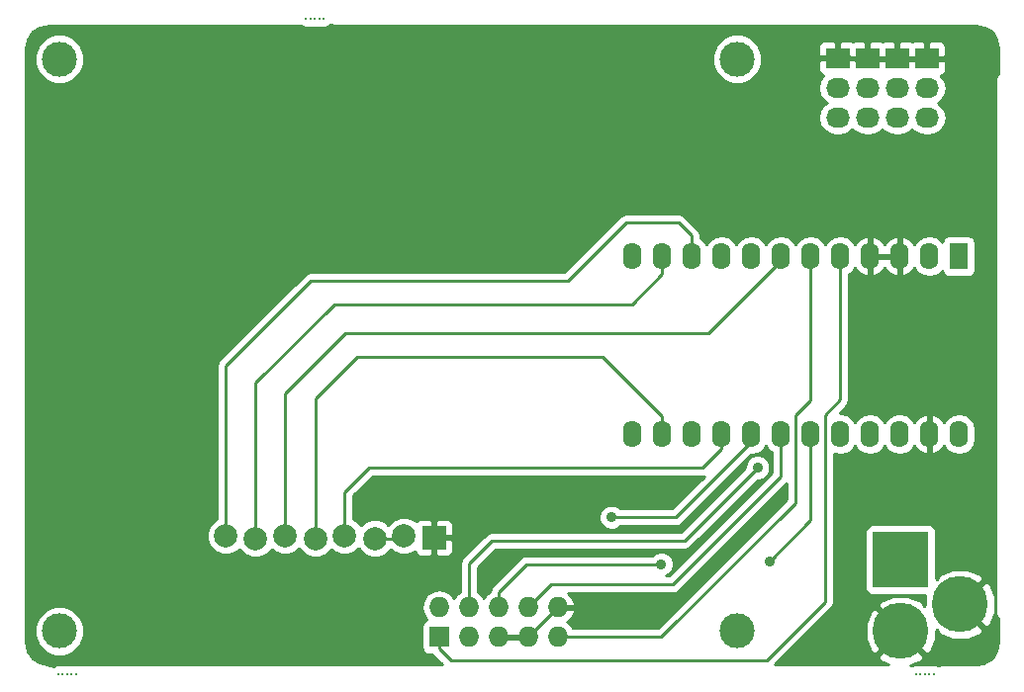
<source format=gtl>
G04 #@! TF.FileFunction,Copper,L1,Top,Signal*
%FSLAX46Y46*%
G04 Gerber Fmt 4.6, Leading zero omitted, Abs format (unit mm)*
G04 Created by KiCad (PCBNEW (2015-01-16 BZR 5376)-product) date 3/31/2016 11:59:56 AM*
%MOMM*%
G01*
G04 APERTURE LIST*
%ADD10C,0.100000*%
%ADD11C,2.000000*%
%ADD12R,2.000000X2.000000*%
%ADD13R,2.032000X1.727200*%
%ADD14O,2.032000X1.727200*%
%ADD15R,1.574800X2.286000*%
%ADD16O,1.574800X2.286000*%
%ADD17C,0.300000*%
%ADD18R,1.727200X1.727200*%
%ADD19O,1.727200X1.727200*%
%ADD20C,4.800600*%
%ADD21R,4.800600X4.800600*%
%ADD22C,3.000000*%
%ADD23C,0.889000*%
%ADD24C,0.254000*%
G04 APERTURE END LIST*
D10*
D11*
X111760000Y-116840000D03*
X114300000Y-117050000D03*
X116840000Y-116840000D03*
X119400000Y-117050000D03*
X121920000Y-116840000D03*
X124500000Y-117050000D03*
X127000000Y-116840000D03*
D12*
X129550000Y-117000000D03*
D13*
X171735000Y-75946000D03*
D14*
X171735000Y-78486000D03*
X171735000Y-81026000D03*
D13*
X169195000Y-75946000D03*
D14*
X169195000Y-78486000D03*
X169195000Y-81026000D03*
D13*
X166655000Y-75946000D03*
D14*
X166655000Y-78486000D03*
X166655000Y-81026000D03*
D13*
X164095000Y-75935000D03*
D14*
X164095000Y-78475000D03*
X164095000Y-81015000D03*
D15*
X174470000Y-92880000D03*
D16*
X171930000Y-92880000D03*
X169390000Y-92880000D03*
X166850000Y-92880000D03*
X164310000Y-92880000D03*
X161770000Y-92880000D03*
X159230000Y-92880000D03*
X156690000Y-92880000D03*
X154150000Y-92880000D03*
X151610000Y-92880000D03*
X149070000Y-92880000D03*
X146530000Y-92880000D03*
X146530000Y-108120000D03*
X149070000Y-108120000D03*
X151610000Y-108120000D03*
X154150000Y-108120000D03*
X156690000Y-108120000D03*
X159230000Y-108120000D03*
X161770000Y-108120000D03*
X164310000Y-108120000D03*
X166850000Y-108120000D03*
X169390000Y-108120000D03*
X171930000Y-108120000D03*
X174470000Y-108120000D03*
D17*
X98933000Y-128651000D03*
X98552000Y-128651000D03*
X98171000Y-128651000D03*
X97790000Y-128651000D03*
X97409000Y-128651000D03*
X172339000Y-128651000D03*
X171958000Y-128651000D03*
X171577000Y-128651000D03*
X171196000Y-128651000D03*
X170815000Y-128651000D03*
X118618000Y-72517000D03*
D18*
X130000000Y-125500000D03*
D19*
X130000000Y-122960000D03*
X132540000Y-125500000D03*
X132540000Y-122960000D03*
X135080000Y-125500000D03*
X135080000Y-122960000D03*
X137620000Y-125500000D03*
X137620000Y-122960000D03*
X140160000Y-125500000D03*
X140160000Y-122960000D03*
D20*
X169500000Y-125000000D03*
D21*
X169500000Y-118904000D03*
D20*
X174580000Y-122714000D03*
D22*
X97500000Y-76000000D03*
X155500000Y-76000000D03*
X97500000Y-125000000D03*
X155500000Y-125000000D03*
D17*
X118999000Y-72517000D03*
X119380000Y-72517000D03*
X119761000Y-72517000D03*
X120142000Y-72517000D03*
D23*
X144750000Y-115250000D03*
X149000000Y-119250000D03*
X158250000Y-119000000D03*
X157250000Y-111000000D03*
D24*
X137620000Y-125500000D02*
X135080000Y-125500000D01*
X140160000Y-122960000D02*
X137620000Y-125500000D01*
X164310000Y-92880000D02*
X164310000Y-105190000D01*
X130000000Y-126500000D02*
X130000000Y-125500000D01*
X131000000Y-127500000D02*
X130000000Y-126500000D01*
X158000000Y-127500000D02*
X131000000Y-127500000D01*
X163000000Y-122500000D02*
X158000000Y-127500000D01*
X163000000Y-106500000D02*
X163000000Y-122500000D01*
X164310000Y-105190000D02*
X163000000Y-106500000D01*
X161770000Y-92880000D02*
X161770000Y-105230000D01*
X149000000Y-125500000D02*
X140160000Y-125500000D01*
X160500000Y-114000000D02*
X149000000Y-125500000D01*
X160500000Y-106500000D02*
X160500000Y-114000000D01*
X161770000Y-105230000D02*
X160500000Y-106500000D01*
X159230000Y-92880000D02*
X159230000Y-93270000D01*
X159230000Y-93270000D02*
X153000000Y-99500000D01*
X153000000Y-99500000D02*
X122000000Y-99500000D01*
X122000000Y-99500000D02*
X116840000Y-104660000D01*
X116840000Y-104660000D02*
X116840000Y-116840000D01*
X151610000Y-92880000D02*
X151610000Y-91110000D01*
X111760000Y-102240000D02*
X111760000Y-116840000D01*
X119000000Y-95000000D02*
X111760000Y-102240000D01*
X141000000Y-95000000D02*
X119000000Y-95000000D01*
X146000000Y-90000000D02*
X141000000Y-95000000D01*
X150500000Y-90000000D02*
X146000000Y-90000000D01*
X151610000Y-91110000D02*
X150500000Y-90000000D01*
X149070000Y-92880000D02*
X149070000Y-94430000D01*
X114300000Y-103700000D02*
X114300000Y-117050000D01*
X121000000Y-97000000D02*
X114300000Y-103700000D01*
X146500000Y-97000000D02*
X121000000Y-97000000D01*
X149070000Y-94430000D02*
X146500000Y-97000000D01*
X149070000Y-108120000D02*
X149070000Y-106570000D01*
X119400000Y-105100000D02*
X119400000Y-117050000D01*
X123000000Y-101500000D02*
X119400000Y-105100000D01*
X144000000Y-101500000D02*
X123000000Y-101500000D01*
X149070000Y-106570000D02*
X144000000Y-101500000D01*
X154150000Y-108120000D02*
X154150000Y-109350000D01*
X121920000Y-113080000D02*
X121920000Y-116840000D01*
X124000000Y-111000000D02*
X121920000Y-113080000D01*
X152500000Y-111000000D02*
X124000000Y-111000000D01*
X154150000Y-109350000D02*
X152500000Y-111000000D01*
X156690000Y-108120000D02*
X156690000Y-108810000D01*
X156690000Y-108810000D02*
X150250000Y-115250000D01*
X150250000Y-115250000D02*
X144750000Y-115250000D01*
X159230000Y-108120000D02*
X159230000Y-111770000D01*
X139580000Y-121000000D02*
X137620000Y-122960000D01*
X150000000Y-121000000D02*
X139580000Y-121000000D01*
X159230000Y-111770000D02*
X150000000Y-121000000D01*
X161770000Y-115230000D02*
X161770000Y-115480000D01*
X161770000Y-108120000D02*
X161770000Y-115230000D01*
X135080000Y-121670000D02*
X135080000Y-122960000D01*
X137500000Y-119250000D02*
X135080000Y-121670000D01*
X149000000Y-119250000D02*
X137500000Y-119250000D01*
X161770000Y-115480000D02*
X158250000Y-119000000D01*
X132540000Y-119210000D02*
X132540000Y-122960000D01*
X134500000Y-117250000D02*
X132540000Y-119210000D01*
X151000000Y-117250000D02*
X134500000Y-117250000D01*
X157250000Y-111000000D02*
X151000000Y-117250000D01*
X124500000Y-117050000D02*
X126790000Y-117050000D01*
X126790000Y-117050000D02*
X127000000Y-116840000D01*
G36*
X137767000Y-125627000D02*
X137747000Y-125627000D01*
X137747000Y-125647000D01*
X137493000Y-125647000D01*
X137493000Y-125627000D01*
X136414469Y-125627000D01*
X136285531Y-125627000D01*
X135207000Y-125627000D01*
X135207000Y-125647000D01*
X134953000Y-125647000D01*
X134953000Y-125627000D01*
X134933000Y-125627000D01*
X134933000Y-125373000D01*
X134953000Y-125373000D01*
X134953000Y-125353000D01*
X135207000Y-125353000D01*
X135207000Y-125373000D01*
X136285531Y-125373000D01*
X136414469Y-125373000D01*
X137493000Y-125373000D01*
X137493000Y-125353000D01*
X137747000Y-125353000D01*
X137747000Y-125373000D01*
X137767000Y-125373000D01*
X137767000Y-125627000D01*
X137767000Y-125627000D01*
G37*
X137767000Y-125627000D02*
X137747000Y-125627000D01*
X137747000Y-125647000D01*
X137493000Y-125647000D01*
X137493000Y-125627000D01*
X136414469Y-125627000D01*
X136285531Y-125627000D01*
X135207000Y-125627000D01*
X135207000Y-125647000D01*
X134953000Y-125647000D01*
X134953000Y-125627000D01*
X134933000Y-125627000D01*
X134933000Y-125373000D01*
X134953000Y-125373000D01*
X134953000Y-125353000D01*
X135207000Y-125353000D01*
X135207000Y-125373000D01*
X136285531Y-125373000D01*
X136414469Y-125373000D01*
X137493000Y-125373000D01*
X137493000Y-125353000D01*
X137747000Y-125353000D01*
X137747000Y-125373000D01*
X137767000Y-125373000D01*
X137767000Y-125627000D01*
G36*
X159738000Y-113684370D02*
X148684370Y-124738000D01*
X141438183Y-124738000D01*
X141219670Y-124410971D01*
X140948839Y-124230007D01*
X141366821Y-123848490D01*
X141614968Y-123319027D01*
X141494469Y-123087000D01*
X140287000Y-123087000D01*
X140287000Y-123107000D01*
X140033000Y-123107000D01*
X140033000Y-123087000D01*
X140013000Y-123087000D01*
X140013000Y-122833000D01*
X140033000Y-122833000D01*
X140033000Y-122813000D01*
X140287000Y-122813000D01*
X140287000Y-122833000D01*
X141494469Y-122833000D01*
X141614968Y-122600973D01*
X141366821Y-122071510D01*
X141027729Y-121762000D01*
X150000000Y-121762000D01*
X150000000Y-121761999D01*
X150291604Y-121703996D01*
X150291605Y-121703996D01*
X150538815Y-121538815D01*
X159738000Y-112339630D01*
X159738000Y-113684370D01*
X159738000Y-113684370D01*
G37*
X159738000Y-113684370D02*
X148684370Y-124738000D01*
X141438183Y-124738000D01*
X141219670Y-124410971D01*
X140948839Y-124230007D01*
X141366821Y-123848490D01*
X141614968Y-123319027D01*
X141494469Y-123087000D01*
X140287000Y-123087000D01*
X140287000Y-123107000D01*
X140033000Y-123107000D01*
X140033000Y-123087000D01*
X140013000Y-123087000D01*
X140013000Y-122833000D01*
X140033000Y-122833000D01*
X140033000Y-122813000D01*
X140287000Y-122813000D01*
X140287000Y-122833000D01*
X141494469Y-122833000D01*
X141614968Y-122600973D01*
X141366821Y-122071510D01*
X141027729Y-121762000D01*
X150000000Y-121762000D01*
X150000000Y-121761999D01*
X150291604Y-121703996D01*
X150291605Y-121703996D01*
X150538815Y-121538815D01*
X159738000Y-112339630D01*
X159738000Y-113684370D01*
G36*
X177865000Y-125888213D02*
X177702492Y-126705194D01*
X177616369Y-126834085D01*
X177616369Y-123312358D01*
X177614221Y-122104843D01*
X177156257Y-120999221D01*
X176743936Y-120729670D01*
X176564330Y-120909275D01*
X174759605Y-122714000D01*
X176743936Y-124698330D01*
X177156257Y-124428779D01*
X177616369Y-123312358D01*
X177616369Y-126834085D01*
X177303029Y-127303031D01*
X176705193Y-127702493D01*
X176564330Y-127730512D01*
X176564330Y-124877936D01*
X174580000Y-122893605D01*
X174565857Y-122907747D01*
X174400395Y-122742285D01*
X174386252Y-122728142D01*
X174400395Y-122714000D01*
X174386252Y-122699857D01*
X174565857Y-122520252D01*
X174580000Y-122534395D01*
X176564330Y-120550064D01*
X176294779Y-120137743D01*
X175904840Y-119977036D01*
X175904840Y-94023000D01*
X175904840Y-91737000D01*
X175857863Y-91494877D01*
X175718073Y-91282073D01*
X175507040Y-91139623D01*
X175257400Y-91089560D01*
X173682600Y-91089560D01*
X173440477Y-91136537D01*
X173418345Y-91151075D01*
X173418345Y-81026000D01*
X173304271Y-80452511D01*
X172979415Y-79966330D01*
X172664634Y-79756000D01*
X172979415Y-79545670D01*
X173304271Y-79059489D01*
X173418345Y-78486000D01*
X173304271Y-77912511D01*
X172979415Y-77426330D01*
X172957219Y-77411499D01*
X173110698Y-77347927D01*
X173289327Y-77169299D01*
X173386000Y-76935910D01*
X173386000Y-76683291D01*
X173386000Y-76231750D01*
X173386000Y-75660250D01*
X173386000Y-75208709D01*
X173386000Y-74956090D01*
X173289327Y-74722701D01*
X173110698Y-74544073D01*
X172877309Y-74447400D01*
X172020750Y-74447400D01*
X171862000Y-74606150D01*
X171862000Y-75819000D01*
X173227250Y-75819000D01*
X173386000Y-75660250D01*
X173386000Y-76231750D01*
X173227250Y-76073000D01*
X171862000Y-76073000D01*
X171862000Y-76093000D01*
X171608000Y-76093000D01*
X171608000Y-76073000D01*
X171608000Y-75819000D01*
X171608000Y-74606150D01*
X171449250Y-74447400D01*
X170592691Y-74447400D01*
X170465000Y-74500291D01*
X170337309Y-74447400D01*
X169480750Y-74447400D01*
X169322000Y-74606150D01*
X169322000Y-75819000D01*
X170242750Y-75819000D01*
X170687250Y-75819000D01*
X171608000Y-75819000D01*
X171608000Y-76073000D01*
X170687250Y-76073000D01*
X170242750Y-76073000D01*
X169322000Y-76073000D01*
X169322000Y-76093000D01*
X169068000Y-76093000D01*
X169068000Y-76073000D01*
X169068000Y-75819000D01*
X169068000Y-74606150D01*
X168909250Y-74447400D01*
X168052691Y-74447400D01*
X167925000Y-74500291D01*
X167797309Y-74447400D01*
X166940750Y-74447400D01*
X166782000Y-74606150D01*
X166782000Y-75819000D01*
X167702750Y-75819000D01*
X168147250Y-75819000D01*
X169068000Y-75819000D01*
X169068000Y-76073000D01*
X168147250Y-76073000D01*
X167702750Y-76073000D01*
X166782000Y-76073000D01*
X166782000Y-76093000D01*
X166528000Y-76093000D01*
X166528000Y-76073000D01*
X166528000Y-75819000D01*
X166528000Y-74606150D01*
X166369250Y-74447400D01*
X165512691Y-74447400D01*
X165388278Y-74498933D01*
X165237309Y-74436400D01*
X164380750Y-74436400D01*
X164222000Y-74595150D01*
X164222000Y-75808000D01*
X165151750Y-75808000D01*
X165162750Y-75819000D01*
X166528000Y-75819000D01*
X166528000Y-76073000D01*
X165598250Y-76073000D01*
X165587250Y-76062000D01*
X164222000Y-76062000D01*
X164222000Y-76082000D01*
X163968000Y-76082000D01*
X163968000Y-76062000D01*
X163968000Y-75808000D01*
X163968000Y-74595150D01*
X163809250Y-74436400D01*
X162952691Y-74436400D01*
X162719302Y-74533073D01*
X162540673Y-74711701D01*
X162444000Y-74945090D01*
X162444000Y-75197709D01*
X162444000Y-75649250D01*
X162602750Y-75808000D01*
X163968000Y-75808000D01*
X163968000Y-76062000D01*
X162602750Y-76062000D01*
X162444000Y-76220750D01*
X162444000Y-76672291D01*
X162444000Y-76924910D01*
X162540673Y-77158299D01*
X162719302Y-77336927D01*
X162872780Y-77400499D01*
X162850585Y-77415330D01*
X162525729Y-77901511D01*
X162411655Y-78475000D01*
X162525729Y-79048489D01*
X162850585Y-79534670D01*
X163165365Y-79745000D01*
X162850585Y-79955330D01*
X162525729Y-80441511D01*
X162411655Y-81015000D01*
X162525729Y-81588489D01*
X162850585Y-82074670D01*
X163336766Y-82399526D01*
X163910255Y-82513600D01*
X164279745Y-82513600D01*
X164853234Y-82399526D01*
X165339415Y-82074670D01*
X165371325Y-82026913D01*
X165410585Y-82085670D01*
X165896766Y-82410526D01*
X166470255Y-82524600D01*
X166839745Y-82524600D01*
X167413234Y-82410526D01*
X167899415Y-82085670D01*
X167925000Y-82047379D01*
X167950585Y-82085670D01*
X168436766Y-82410526D01*
X169010255Y-82524600D01*
X169379745Y-82524600D01*
X169953234Y-82410526D01*
X170439415Y-82085670D01*
X170465000Y-82047379D01*
X170490585Y-82085670D01*
X170976766Y-82410526D01*
X171550255Y-82524600D01*
X171919745Y-82524600D01*
X172493234Y-82410526D01*
X172979415Y-82085670D01*
X173304271Y-81599489D01*
X173418345Y-81026000D01*
X173418345Y-91151075D01*
X173227673Y-91276327D01*
X173085223Y-91487360D01*
X173051279Y-91656621D01*
X172935789Y-91483778D01*
X172474329Y-91175441D01*
X171930000Y-91067167D01*
X171385671Y-91175441D01*
X170924211Y-91483778D01*
X170660246Y-91878829D01*
X170655525Y-91862738D01*
X170305986Y-91428809D01*
X169816996Y-91161673D01*
X169737060Y-91144990D01*
X169517000Y-91267148D01*
X169517000Y-92753000D01*
X169537000Y-92753000D01*
X169537000Y-93007000D01*
X169517000Y-93007000D01*
X169517000Y-94492852D01*
X169737060Y-94615010D01*
X169816996Y-94598327D01*
X170305986Y-94331191D01*
X170655525Y-93897262D01*
X170660246Y-93881170D01*
X170924211Y-94276222D01*
X171385671Y-94584559D01*
X171930000Y-94692833D01*
X172474329Y-94584559D01*
X172935789Y-94276222D01*
X173050873Y-94103986D01*
X173082137Y-94265123D01*
X173221927Y-94477927D01*
X173432960Y-94620377D01*
X173682600Y-94670440D01*
X175257400Y-94670440D01*
X175499523Y-94623463D01*
X175712327Y-94483673D01*
X175854777Y-94272640D01*
X175904840Y-94023000D01*
X175904840Y-119977036D01*
X175892400Y-119971910D01*
X175892400Y-108510433D01*
X175892400Y-107729567D01*
X175784126Y-107185238D01*
X175475789Y-106723778D01*
X175014329Y-106415441D01*
X174470000Y-106307167D01*
X173925671Y-106415441D01*
X173464211Y-106723778D01*
X173200246Y-107118829D01*
X173195525Y-107102738D01*
X172845986Y-106668809D01*
X172356996Y-106401673D01*
X172277060Y-106384990D01*
X172057000Y-106507148D01*
X172057000Y-107993000D01*
X172077000Y-107993000D01*
X172077000Y-108247000D01*
X172057000Y-108247000D01*
X172057000Y-109732852D01*
X172277060Y-109855010D01*
X172356996Y-109838327D01*
X172845986Y-109571191D01*
X173195525Y-109137262D01*
X173200246Y-109121170D01*
X173464211Y-109516222D01*
X173925671Y-109824559D01*
X174470000Y-109932833D01*
X175014329Y-109824559D01*
X175475789Y-109516222D01*
X175784126Y-109054762D01*
X175892400Y-108510433D01*
X175892400Y-119971910D01*
X175178358Y-119677631D01*
X173970843Y-119679779D01*
X172865221Y-120137743D01*
X172595670Y-120550062D01*
X172547740Y-120502132D01*
X172547740Y-116503700D01*
X172500763Y-116261577D01*
X172360973Y-116048773D01*
X172149940Y-115906323D01*
X171900300Y-115856260D01*
X167099700Y-115856260D01*
X166857577Y-115903237D01*
X166644773Y-116043027D01*
X166502323Y-116254060D01*
X166452260Y-116503700D01*
X166452260Y-121304300D01*
X166499237Y-121546423D01*
X166639027Y-121759227D01*
X166850060Y-121901677D01*
X167099700Y-121951740D01*
X171611180Y-121951740D01*
X171543631Y-122115642D01*
X171544804Y-122775587D01*
X171484329Y-122836062D01*
X171214779Y-122423743D01*
X170098358Y-121963631D01*
X168890843Y-121965779D01*
X167785221Y-122423743D01*
X167515670Y-122836064D01*
X169500000Y-124820395D01*
X169514142Y-124806252D01*
X169693747Y-124985857D01*
X169679605Y-125000000D01*
X171663936Y-126984330D01*
X172076257Y-126714779D01*
X172536369Y-125598358D01*
X172535194Y-124938413D01*
X172595670Y-124877937D01*
X172865221Y-125290257D01*
X173981642Y-125750369D01*
X175189157Y-125748221D01*
X176294779Y-125290257D01*
X176564330Y-124877936D01*
X176564330Y-127730512D01*
X175888214Y-127865000D01*
X173000000Y-127865000D01*
X172657272Y-127933172D01*
X172495831Y-127866137D01*
X172183539Y-127865864D01*
X172148770Y-127880229D01*
X172114831Y-127866137D01*
X171802539Y-127865864D01*
X171767770Y-127880229D01*
X171733831Y-127866137D01*
X171421539Y-127865864D01*
X171386770Y-127880229D01*
X171352831Y-127866137D01*
X171040539Y-127865864D01*
X171005770Y-127880229D01*
X170971831Y-127866137D01*
X170659539Y-127865864D01*
X170441295Y-127956040D01*
X170434346Y-127951397D01*
X170349740Y-127934567D01*
X171214779Y-127576257D01*
X171484330Y-127163936D01*
X169500000Y-125179605D01*
X169320395Y-125359210D01*
X169320395Y-125000000D01*
X167336064Y-123015670D01*
X166923743Y-123285221D01*
X166463631Y-124401642D01*
X166465779Y-125609157D01*
X166923743Y-126714779D01*
X167336064Y-126984330D01*
X169320395Y-125000000D01*
X169320395Y-125359210D01*
X167515670Y-127163936D01*
X167785221Y-127576257D01*
X168485830Y-127865000D01*
X158712630Y-127865000D01*
X163538815Y-123038815D01*
X163538816Y-123038815D01*
X163637834Y-122890623D01*
X163703996Y-122791605D01*
X163703996Y-122791604D01*
X163762000Y-122500000D01*
X163762000Y-109822106D01*
X163765671Y-109824559D01*
X164310000Y-109932833D01*
X164854329Y-109824559D01*
X165315789Y-109516222D01*
X165580000Y-109120801D01*
X165844211Y-109516222D01*
X166305671Y-109824559D01*
X166850000Y-109932833D01*
X167394329Y-109824559D01*
X167855789Y-109516222D01*
X168120000Y-109120801D01*
X168384211Y-109516222D01*
X168845671Y-109824559D01*
X169390000Y-109932833D01*
X169934329Y-109824559D01*
X170395789Y-109516222D01*
X170659753Y-109121170D01*
X170664475Y-109137262D01*
X171014014Y-109571191D01*
X171503004Y-109838327D01*
X171582940Y-109855010D01*
X171803000Y-109732852D01*
X171803000Y-108247000D01*
X171783000Y-108247000D01*
X171783000Y-107993000D01*
X171803000Y-107993000D01*
X171803000Y-106507148D01*
X171582940Y-106384990D01*
X171503004Y-106401673D01*
X171014014Y-106668809D01*
X170664475Y-107102738D01*
X170659753Y-107118829D01*
X170395789Y-106723778D01*
X169934329Y-106415441D01*
X169390000Y-106307167D01*
X169263000Y-106332428D01*
X169263000Y-94492852D01*
X169263000Y-93007000D01*
X169263000Y-92753000D01*
X169263000Y-91267148D01*
X169042940Y-91144990D01*
X168963004Y-91161673D01*
X168474014Y-91428809D01*
X168124475Y-91862738D01*
X168120000Y-91877989D01*
X168115525Y-91862738D01*
X167765986Y-91428809D01*
X167276996Y-91161673D01*
X167197060Y-91144990D01*
X166977000Y-91267148D01*
X166977000Y-92753000D01*
X167967600Y-92753000D01*
X168272400Y-92753000D01*
X169263000Y-92753000D01*
X169263000Y-93007000D01*
X168272400Y-93007000D01*
X167967600Y-93007000D01*
X166977000Y-93007000D01*
X166977000Y-94492852D01*
X167197060Y-94615010D01*
X167276996Y-94598327D01*
X167765986Y-94331191D01*
X168115525Y-93897262D01*
X168120000Y-93882010D01*
X168124475Y-93897262D01*
X168474014Y-94331191D01*
X168963004Y-94598327D01*
X169042940Y-94615010D01*
X169263000Y-94492852D01*
X169263000Y-106332428D01*
X168845671Y-106415441D01*
X168384211Y-106723778D01*
X168120000Y-107119198D01*
X167855789Y-106723778D01*
X167394329Y-106415441D01*
X166850000Y-106307167D01*
X166305671Y-106415441D01*
X165844211Y-106723778D01*
X165580000Y-107119198D01*
X165315789Y-106723778D01*
X164854329Y-106415441D01*
X164310000Y-106307167D01*
X164260646Y-106316984D01*
X164848815Y-105728815D01*
X164848816Y-105728815D01*
X164947834Y-105580623D01*
X165013996Y-105481605D01*
X165013996Y-105481604D01*
X165072000Y-105190000D01*
X165072000Y-94439116D01*
X165315789Y-94276222D01*
X165579753Y-93881170D01*
X165584475Y-93897262D01*
X165934014Y-94331191D01*
X166423004Y-94598327D01*
X166502940Y-94615010D01*
X166723000Y-94492852D01*
X166723000Y-93007000D01*
X166703000Y-93007000D01*
X166703000Y-92753000D01*
X166723000Y-92753000D01*
X166723000Y-91267148D01*
X166502940Y-91144990D01*
X166423004Y-91161673D01*
X165934014Y-91428809D01*
X165584475Y-91862738D01*
X165579753Y-91878829D01*
X165315789Y-91483778D01*
X164854329Y-91175441D01*
X164310000Y-91067167D01*
X163765671Y-91175441D01*
X163304211Y-91483778D01*
X163040000Y-91879198D01*
X162775789Y-91483778D01*
X162314329Y-91175441D01*
X161770000Y-91067167D01*
X161225671Y-91175441D01*
X160764211Y-91483778D01*
X160500000Y-91879198D01*
X160235789Y-91483778D01*
X159774329Y-91175441D01*
X159230000Y-91067167D01*
X158685671Y-91175441D01*
X158224211Y-91483778D01*
X157960000Y-91879198D01*
X157695789Y-91483778D01*
X157635370Y-91443407D01*
X157635370Y-75577185D01*
X157311020Y-74792200D01*
X156710959Y-74191091D01*
X155926541Y-73865372D01*
X155077185Y-73864630D01*
X154292200Y-74188980D01*
X153691091Y-74789041D01*
X153365372Y-75573459D01*
X153364630Y-76422815D01*
X153688980Y-77207800D01*
X154289041Y-77808909D01*
X155073459Y-78134628D01*
X155922815Y-78135370D01*
X156707800Y-77811020D01*
X157308909Y-77210959D01*
X157634628Y-76426541D01*
X157635370Y-75577185D01*
X157635370Y-91443407D01*
X157234329Y-91175441D01*
X156690000Y-91067167D01*
X156145671Y-91175441D01*
X155684211Y-91483778D01*
X155420000Y-91879198D01*
X155155789Y-91483778D01*
X154694329Y-91175441D01*
X154150000Y-91067167D01*
X153605671Y-91175441D01*
X153144211Y-91483778D01*
X152880000Y-91879198D01*
X152615789Y-91483778D01*
X152372000Y-91320883D01*
X152372000Y-91110000D01*
X152313996Y-90818395D01*
X152148815Y-90571185D01*
X151038815Y-89461185D01*
X150791605Y-89296004D01*
X150500000Y-89238000D01*
X146000000Y-89238000D01*
X145708395Y-89296004D01*
X145609376Y-89362165D01*
X145461185Y-89461184D01*
X140684369Y-94238000D01*
X119000000Y-94238000D01*
X118708395Y-94296004D01*
X118461184Y-94461185D01*
X111221185Y-101701185D01*
X111056004Y-101948395D01*
X110998000Y-102240000D01*
X110998000Y-115385779D01*
X110835057Y-115453106D01*
X110374722Y-115912637D01*
X110125284Y-116513352D01*
X110124716Y-117163795D01*
X110373106Y-117764943D01*
X110832637Y-118225278D01*
X111433352Y-118474716D01*
X112083795Y-118475284D01*
X112684943Y-118226894D01*
X112925199Y-117987057D01*
X113372637Y-118435278D01*
X113973352Y-118684716D01*
X114623795Y-118685284D01*
X115224943Y-118436894D01*
X115675198Y-117987424D01*
X115912637Y-118225278D01*
X116513352Y-118474716D01*
X117163795Y-118475284D01*
X117764943Y-118226894D01*
X118015216Y-117977057D01*
X118472637Y-118435278D01*
X119073352Y-118684716D01*
X119723795Y-118685284D01*
X120324943Y-118436894D01*
X120765181Y-117997424D01*
X120992637Y-118225278D01*
X121593352Y-118474716D01*
X122243795Y-118475284D01*
X122844943Y-118226894D01*
X123108500Y-117963796D01*
X123113106Y-117974943D01*
X123572637Y-118435278D01*
X124173352Y-118684716D01*
X124823795Y-118685284D01*
X125424943Y-118436894D01*
X125855163Y-118007424D01*
X126072637Y-118225278D01*
X126673352Y-118474716D01*
X127323795Y-118475284D01*
X127924943Y-118226894D01*
X127947384Y-118204492D01*
X128011673Y-118359699D01*
X128190302Y-118538327D01*
X128423691Y-118635000D01*
X129264250Y-118635000D01*
X129423000Y-118476250D01*
X129423000Y-117127000D01*
X129403000Y-117127000D01*
X129403000Y-116873000D01*
X129423000Y-116873000D01*
X129423000Y-115523750D01*
X129264250Y-115365000D01*
X128423691Y-115365000D01*
X128190302Y-115461673D01*
X128062189Y-115589784D01*
X127927363Y-115454722D01*
X127326648Y-115205284D01*
X126676205Y-115204716D01*
X126075057Y-115453106D01*
X125644836Y-115882575D01*
X125427363Y-115664722D01*
X124826648Y-115415284D01*
X124176205Y-115414716D01*
X123575057Y-115663106D01*
X123311499Y-115926203D01*
X123306894Y-115915057D01*
X122847363Y-115454722D01*
X122682000Y-115386057D01*
X122682000Y-113395630D01*
X124315630Y-111762000D01*
X152500000Y-111762000D01*
X152500000Y-111761999D01*
X152700189Y-111722179D01*
X149934369Y-114488000D01*
X145514641Y-114488000D01*
X145362286Y-114335378D01*
X144965668Y-114170687D01*
X144536216Y-114170313D01*
X144139311Y-114334311D01*
X143835378Y-114637714D01*
X143670687Y-115034332D01*
X143670313Y-115463784D01*
X143834311Y-115860689D01*
X144137714Y-116164622D01*
X144534332Y-116329313D01*
X144963784Y-116329687D01*
X145360689Y-116165689D01*
X145514646Y-116012000D01*
X150250000Y-116012000D01*
X150250000Y-116011999D01*
X150541604Y-115953996D01*
X150541605Y-115953996D01*
X150788815Y-115788815D01*
X156652297Y-109925333D01*
X156690000Y-109932833D01*
X157234329Y-109824559D01*
X157695789Y-109516222D01*
X157960000Y-109120801D01*
X158224211Y-109516222D01*
X158468000Y-109679116D01*
X158468000Y-111454370D01*
X149684370Y-120238000D01*
X149435683Y-120238000D01*
X149610689Y-120165689D01*
X149914622Y-119862286D01*
X150079313Y-119465668D01*
X150079687Y-119036216D01*
X149915689Y-118639311D01*
X149612286Y-118335378D01*
X149215668Y-118170687D01*
X148786216Y-118170313D01*
X148389311Y-118334311D01*
X148235353Y-118488000D01*
X137500000Y-118488000D01*
X137208395Y-118546004D01*
X136961185Y-118711185D01*
X134541185Y-121131185D01*
X134376004Y-121378395D01*
X134318000Y-121670000D01*
X134318000Y-121672074D01*
X134020330Y-121870971D01*
X133810000Y-122185751D01*
X133599670Y-121870971D01*
X133302000Y-121672074D01*
X133302000Y-119525630D01*
X134815630Y-118012000D01*
X151000000Y-118012000D01*
X151000000Y-118011999D01*
X151291604Y-117953996D01*
X151291605Y-117953996D01*
X151538815Y-117788815D01*
X157248131Y-112079499D01*
X157463784Y-112079687D01*
X157860689Y-111915689D01*
X158164622Y-111612286D01*
X158329313Y-111215668D01*
X158329687Y-110786216D01*
X158165689Y-110389311D01*
X157862286Y-110085378D01*
X157465668Y-109920687D01*
X157036216Y-109920313D01*
X156639311Y-110084311D01*
X156335378Y-110387714D01*
X156170687Y-110784332D01*
X156170497Y-111001871D01*
X150684369Y-116488000D01*
X134500000Y-116488000D01*
X134208396Y-116546003D01*
X133961185Y-116711184D01*
X132001185Y-118671185D01*
X131836004Y-118918395D01*
X131778000Y-119210000D01*
X131778000Y-121672074D01*
X131480330Y-121870971D01*
X131270000Y-122185751D01*
X131185000Y-122058539D01*
X131185000Y-118126310D01*
X131185000Y-117873691D01*
X131185000Y-117285750D01*
X131185000Y-116714250D01*
X131185000Y-116126309D01*
X131185000Y-115873690D01*
X131088327Y-115640301D01*
X130909698Y-115461673D01*
X130676309Y-115365000D01*
X129835750Y-115365000D01*
X129677000Y-115523750D01*
X129677000Y-116873000D01*
X131026250Y-116873000D01*
X131185000Y-116714250D01*
X131185000Y-117285750D01*
X131026250Y-117127000D01*
X129677000Y-117127000D01*
X129677000Y-118476250D01*
X129835750Y-118635000D01*
X130676309Y-118635000D01*
X130909698Y-118538327D01*
X131088327Y-118359699D01*
X131185000Y-118126310D01*
X131185000Y-122058539D01*
X131059670Y-121870971D01*
X130573489Y-121546115D01*
X130000000Y-121432041D01*
X129426511Y-121546115D01*
X128940330Y-121870971D01*
X128615474Y-122357152D01*
X128501400Y-122930641D01*
X128501400Y-122989359D01*
X128615474Y-123562848D01*
X128927300Y-124029529D01*
X128894277Y-124035937D01*
X128681473Y-124175727D01*
X128539023Y-124386760D01*
X128488960Y-124636400D01*
X128488960Y-126363600D01*
X128535937Y-126605723D01*
X128675727Y-126818527D01*
X128886760Y-126960977D01*
X129136400Y-127011040D01*
X129442626Y-127011040D01*
X129461185Y-127038815D01*
X130287369Y-127865000D01*
X99635370Y-127865000D01*
X99635370Y-124577185D01*
X99635370Y-75577185D01*
X99311020Y-74792200D01*
X98710959Y-74191091D01*
X97926541Y-73865372D01*
X97077185Y-73864630D01*
X96292200Y-74188980D01*
X95691091Y-74789041D01*
X95365372Y-75573459D01*
X95364630Y-76422815D01*
X95688980Y-77207800D01*
X96289041Y-77808909D01*
X97073459Y-78134628D01*
X97922815Y-78135370D01*
X98707800Y-77811020D01*
X99308909Y-77210959D01*
X99634628Y-76426541D01*
X99635370Y-75577185D01*
X99635370Y-124577185D01*
X99311020Y-123792200D01*
X98710959Y-123191091D01*
X97926541Y-122865372D01*
X97077185Y-122864630D01*
X96292200Y-123188980D01*
X95691091Y-123789041D01*
X95365372Y-124573459D01*
X95364630Y-125422815D01*
X95688980Y-126207800D01*
X96289041Y-126808909D01*
X97073459Y-127134628D01*
X97922815Y-127135370D01*
X98707800Y-126811020D01*
X99308909Y-126210959D01*
X99634628Y-125426541D01*
X99635370Y-124577185D01*
X99635370Y-127865000D01*
X99000000Y-127865000D01*
X98994702Y-127866053D01*
X98777539Y-127865864D01*
X98742770Y-127880229D01*
X98708831Y-127866137D01*
X98396539Y-127865864D01*
X98361770Y-127880229D01*
X98327831Y-127866137D01*
X98015539Y-127865864D01*
X97980770Y-127880229D01*
X97946831Y-127866137D01*
X97634539Y-127865864D01*
X97599770Y-127880229D01*
X97565831Y-127866137D01*
X97253539Y-127865864D01*
X96964914Y-127985121D01*
X96963113Y-127986918D01*
X96721428Y-127886809D01*
X95794805Y-127702492D01*
X95196968Y-127303029D01*
X94797506Y-126705193D01*
X94635000Y-125888214D01*
X94635000Y-75111785D01*
X94797506Y-74294806D01*
X95196968Y-73696970D01*
X95794805Y-73297507D01*
X96611786Y-73135000D01*
X118000000Y-73135000D01*
X118104902Y-73114133D01*
X118172753Y-73182103D01*
X118461169Y-73301863D01*
X118773461Y-73302136D01*
X118808229Y-73287770D01*
X118842169Y-73301863D01*
X119154461Y-73302136D01*
X119189229Y-73287770D01*
X119223169Y-73301863D01*
X119535461Y-73302136D01*
X119570229Y-73287770D01*
X119604169Y-73301863D01*
X119916461Y-73302136D01*
X119951229Y-73287770D01*
X119985169Y-73301863D01*
X120297461Y-73302136D01*
X120586086Y-73182879D01*
X120694852Y-73074302D01*
X121000000Y-73135000D01*
X175888214Y-73135000D01*
X176705193Y-73297506D01*
X177303029Y-73696968D01*
X177702492Y-74294805D01*
X177865000Y-75111786D01*
X177865000Y-77211990D01*
X177823632Y-77239632D01*
X177675143Y-77461862D01*
X177623000Y-77724000D01*
X177623000Y-123444000D01*
X177675143Y-123706138D01*
X177823632Y-123928368D01*
X177865000Y-123956009D01*
X177865000Y-125888213D01*
X177865000Y-125888213D01*
G37*
X177865000Y-125888213D02*
X177702492Y-126705194D01*
X177616369Y-126834085D01*
X177616369Y-123312358D01*
X177614221Y-122104843D01*
X177156257Y-120999221D01*
X176743936Y-120729670D01*
X176564330Y-120909275D01*
X174759605Y-122714000D01*
X176743936Y-124698330D01*
X177156257Y-124428779D01*
X177616369Y-123312358D01*
X177616369Y-126834085D01*
X177303029Y-127303031D01*
X176705193Y-127702493D01*
X176564330Y-127730512D01*
X176564330Y-124877936D01*
X174580000Y-122893605D01*
X174565857Y-122907747D01*
X174400395Y-122742285D01*
X174386252Y-122728142D01*
X174400395Y-122714000D01*
X174386252Y-122699857D01*
X174565857Y-122520252D01*
X174580000Y-122534395D01*
X176564330Y-120550064D01*
X176294779Y-120137743D01*
X175904840Y-119977036D01*
X175904840Y-94023000D01*
X175904840Y-91737000D01*
X175857863Y-91494877D01*
X175718073Y-91282073D01*
X175507040Y-91139623D01*
X175257400Y-91089560D01*
X173682600Y-91089560D01*
X173440477Y-91136537D01*
X173418345Y-91151075D01*
X173418345Y-81026000D01*
X173304271Y-80452511D01*
X172979415Y-79966330D01*
X172664634Y-79756000D01*
X172979415Y-79545670D01*
X173304271Y-79059489D01*
X173418345Y-78486000D01*
X173304271Y-77912511D01*
X172979415Y-77426330D01*
X172957219Y-77411499D01*
X173110698Y-77347927D01*
X173289327Y-77169299D01*
X173386000Y-76935910D01*
X173386000Y-76683291D01*
X173386000Y-76231750D01*
X173386000Y-75660250D01*
X173386000Y-75208709D01*
X173386000Y-74956090D01*
X173289327Y-74722701D01*
X173110698Y-74544073D01*
X172877309Y-74447400D01*
X172020750Y-74447400D01*
X171862000Y-74606150D01*
X171862000Y-75819000D01*
X173227250Y-75819000D01*
X173386000Y-75660250D01*
X173386000Y-76231750D01*
X173227250Y-76073000D01*
X171862000Y-76073000D01*
X171862000Y-76093000D01*
X171608000Y-76093000D01*
X171608000Y-76073000D01*
X171608000Y-75819000D01*
X171608000Y-74606150D01*
X171449250Y-74447400D01*
X170592691Y-74447400D01*
X170465000Y-74500291D01*
X170337309Y-74447400D01*
X169480750Y-74447400D01*
X169322000Y-74606150D01*
X169322000Y-75819000D01*
X170242750Y-75819000D01*
X170687250Y-75819000D01*
X171608000Y-75819000D01*
X171608000Y-76073000D01*
X170687250Y-76073000D01*
X170242750Y-76073000D01*
X169322000Y-76073000D01*
X169322000Y-76093000D01*
X169068000Y-76093000D01*
X169068000Y-76073000D01*
X169068000Y-75819000D01*
X169068000Y-74606150D01*
X168909250Y-74447400D01*
X168052691Y-74447400D01*
X167925000Y-74500291D01*
X167797309Y-74447400D01*
X166940750Y-74447400D01*
X166782000Y-74606150D01*
X166782000Y-75819000D01*
X167702750Y-75819000D01*
X168147250Y-75819000D01*
X169068000Y-75819000D01*
X169068000Y-76073000D01*
X168147250Y-76073000D01*
X167702750Y-76073000D01*
X166782000Y-76073000D01*
X166782000Y-76093000D01*
X166528000Y-76093000D01*
X166528000Y-76073000D01*
X166528000Y-75819000D01*
X166528000Y-74606150D01*
X166369250Y-74447400D01*
X165512691Y-74447400D01*
X165388278Y-74498933D01*
X165237309Y-74436400D01*
X164380750Y-74436400D01*
X164222000Y-74595150D01*
X164222000Y-75808000D01*
X165151750Y-75808000D01*
X165162750Y-75819000D01*
X166528000Y-75819000D01*
X166528000Y-76073000D01*
X165598250Y-76073000D01*
X165587250Y-76062000D01*
X164222000Y-76062000D01*
X164222000Y-76082000D01*
X163968000Y-76082000D01*
X163968000Y-76062000D01*
X163968000Y-75808000D01*
X163968000Y-74595150D01*
X163809250Y-74436400D01*
X162952691Y-74436400D01*
X162719302Y-74533073D01*
X162540673Y-74711701D01*
X162444000Y-74945090D01*
X162444000Y-75197709D01*
X162444000Y-75649250D01*
X162602750Y-75808000D01*
X163968000Y-75808000D01*
X163968000Y-76062000D01*
X162602750Y-76062000D01*
X162444000Y-76220750D01*
X162444000Y-76672291D01*
X162444000Y-76924910D01*
X162540673Y-77158299D01*
X162719302Y-77336927D01*
X162872780Y-77400499D01*
X162850585Y-77415330D01*
X162525729Y-77901511D01*
X162411655Y-78475000D01*
X162525729Y-79048489D01*
X162850585Y-79534670D01*
X163165365Y-79745000D01*
X162850585Y-79955330D01*
X162525729Y-80441511D01*
X162411655Y-81015000D01*
X162525729Y-81588489D01*
X162850585Y-82074670D01*
X163336766Y-82399526D01*
X163910255Y-82513600D01*
X164279745Y-82513600D01*
X164853234Y-82399526D01*
X165339415Y-82074670D01*
X165371325Y-82026913D01*
X165410585Y-82085670D01*
X165896766Y-82410526D01*
X166470255Y-82524600D01*
X166839745Y-82524600D01*
X167413234Y-82410526D01*
X167899415Y-82085670D01*
X167925000Y-82047379D01*
X167950585Y-82085670D01*
X168436766Y-82410526D01*
X169010255Y-82524600D01*
X169379745Y-82524600D01*
X169953234Y-82410526D01*
X170439415Y-82085670D01*
X170465000Y-82047379D01*
X170490585Y-82085670D01*
X170976766Y-82410526D01*
X171550255Y-82524600D01*
X171919745Y-82524600D01*
X172493234Y-82410526D01*
X172979415Y-82085670D01*
X173304271Y-81599489D01*
X173418345Y-81026000D01*
X173418345Y-91151075D01*
X173227673Y-91276327D01*
X173085223Y-91487360D01*
X173051279Y-91656621D01*
X172935789Y-91483778D01*
X172474329Y-91175441D01*
X171930000Y-91067167D01*
X171385671Y-91175441D01*
X170924211Y-91483778D01*
X170660246Y-91878829D01*
X170655525Y-91862738D01*
X170305986Y-91428809D01*
X169816996Y-91161673D01*
X169737060Y-91144990D01*
X169517000Y-91267148D01*
X169517000Y-92753000D01*
X169537000Y-92753000D01*
X169537000Y-93007000D01*
X169517000Y-93007000D01*
X169517000Y-94492852D01*
X169737060Y-94615010D01*
X169816996Y-94598327D01*
X170305986Y-94331191D01*
X170655525Y-93897262D01*
X170660246Y-93881170D01*
X170924211Y-94276222D01*
X171385671Y-94584559D01*
X171930000Y-94692833D01*
X172474329Y-94584559D01*
X172935789Y-94276222D01*
X173050873Y-94103986D01*
X173082137Y-94265123D01*
X173221927Y-94477927D01*
X173432960Y-94620377D01*
X173682600Y-94670440D01*
X175257400Y-94670440D01*
X175499523Y-94623463D01*
X175712327Y-94483673D01*
X175854777Y-94272640D01*
X175904840Y-94023000D01*
X175904840Y-119977036D01*
X175892400Y-119971910D01*
X175892400Y-108510433D01*
X175892400Y-107729567D01*
X175784126Y-107185238D01*
X175475789Y-106723778D01*
X175014329Y-106415441D01*
X174470000Y-106307167D01*
X173925671Y-106415441D01*
X173464211Y-106723778D01*
X173200246Y-107118829D01*
X173195525Y-107102738D01*
X172845986Y-106668809D01*
X172356996Y-106401673D01*
X172277060Y-106384990D01*
X172057000Y-106507148D01*
X172057000Y-107993000D01*
X172077000Y-107993000D01*
X172077000Y-108247000D01*
X172057000Y-108247000D01*
X172057000Y-109732852D01*
X172277060Y-109855010D01*
X172356996Y-109838327D01*
X172845986Y-109571191D01*
X173195525Y-109137262D01*
X173200246Y-109121170D01*
X173464211Y-109516222D01*
X173925671Y-109824559D01*
X174470000Y-109932833D01*
X175014329Y-109824559D01*
X175475789Y-109516222D01*
X175784126Y-109054762D01*
X175892400Y-108510433D01*
X175892400Y-119971910D01*
X175178358Y-119677631D01*
X173970843Y-119679779D01*
X172865221Y-120137743D01*
X172595670Y-120550062D01*
X172547740Y-120502132D01*
X172547740Y-116503700D01*
X172500763Y-116261577D01*
X172360973Y-116048773D01*
X172149940Y-115906323D01*
X171900300Y-115856260D01*
X167099700Y-115856260D01*
X166857577Y-115903237D01*
X166644773Y-116043027D01*
X166502323Y-116254060D01*
X166452260Y-116503700D01*
X166452260Y-121304300D01*
X166499237Y-121546423D01*
X166639027Y-121759227D01*
X166850060Y-121901677D01*
X167099700Y-121951740D01*
X171611180Y-121951740D01*
X171543631Y-122115642D01*
X171544804Y-122775587D01*
X171484329Y-122836062D01*
X171214779Y-122423743D01*
X170098358Y-121963631D01*
X168890843Y-121965779D01*
X167785221Y-122423743D01*
X167515670Y-122836064D01*
X169500000Y-124820395D01*
X169514142Y-124806252D01*
X169693747Y-124985857D01*
X169679605Y-125000000D01*
X171663936Y-126984330D01*
X172076257Y-126714779D01*
X172536369Y-125598358D01*
X172535194Y-124938413D01*
X172595670Y-124877937D01*
X172865221Y-125290257D01*
X173981642Y-125750369D01*
X175189157Y-125748221D01*
X176294779Y-125290257D01*
X176564330Y-124877936D01*
X176564330Y-127730512D01*
X175888214Y-127865000D01*
X173000000Y-127865000D01*
X172657272Y-127933172D01*
X172495831Y-127866137D01*
X172183539Y-127865864D01*
X172148770Y-127880229D01*
X172114831Y-127866137D01*
X171802539Y-127865864D01*
X171767770Y-127880229D01*
X171733831Y-127866137D01*
X171421539Y-127865864D01*
X171386770Y-127880229D01*
X171352831Y-127866137D01*
X171040539Y-127865864D01*
X171005770Y-127880229D01*
X170971831Y-127866137D01*
X170659539Y-127865864D01*
X170441295Y-127956040D01*
X170434346Y-127951397D01*
X170349740Y-127934567D01*
X171214779Y-127576257D01*
X171484330Y-127163936D01*
X169500000Y-125179605D01*
X169320395Y-125359210D01*
X169320395Y-125000000D01*
X167336064Y-123015670D01*
X166923743Y-123285221D01*
X166463631Y-124401642D01*
X166465779Y-125609157D01*
X166923743Y-126714779D01*
X167336064Y-126984330D01*
X169320395Y-125000000D01*
X169320395Y-125359210D01*
X167515670Y-127163936D01*
X167785221Y-127576257D01*
X168485830Y-127865000D01*
X158712630Y-127865000D01*
X163538815Y-123038815D01*
X163538816Y-123038815D01*
X163637834Y-122890623D01*
X163703996Y-122791605D01*
X163703996Y-122791604D01*
X163762000Y-122500000D01*
X163762000Y-109822106D01*
X163765671Y-109824559D01*
X164310000Y-109932833D01*
X164854329Y-109824559D01*
X165315789Y-109516222D01*
X165580000Y-109120801D01*
X165844211Y-109516222D01*
X166305671Y-109824559D01*
X166850000Y-109932833D01*
X167394329Y-109824559D01*
X167855789Y-109516222D01*
X168120000Y-109120801D01*
X168384211Y-109516222D01*
X168845671Y-109824559D01*
X169390000Y-109932833D01*
X169934329Y-109824559D01*
X170395789Y-109516222D01*
X170659753Y-109121170D01*
X170664475Y-109137262D01*
X171014014Y-109571191D01*
X171503004Y-109838327D01*
X171582940Y-109855010D01*
X171803000Y-109732852D01*
X171803000Y-108247000D01*
X171783000Y-108247000D01*
X171783000Y-107993000D01*
X171803000Y-107993000D01*
X171803000Y-106507148D01*
X171582940Y-106384990D01*
X171503004Y-106401673D01*
X171014014Y-106668809D01*
X170664475Y-107102738D01*
X170659753Y-107118829D01*
X170395789Y-106723778D01*
X169934329Y-106415441D01*
X169390000Y-106307167D01*
X169263000Y-106332428D01*
X169263000Y-94492852D01*
X169263000Y-93007000D01*
X169263000Y-92753000D01*
X169263000Y-91267148D01*
X169042940Y-91144990D01*
X168963004Y-91161673D01*
X168474014Y-91428809D01*
X168124475Y-91862738D01*
X168120000Y-91877989D01*
X168115525Y-91862738D01*
X167765986Y-91428809D01*
X167276996Y-91161673D01*
X167197060Y-91144990D01*
X166977000Y-91267148D01*
X166977000Y-92753000D01*
X167967600Y-92753000D01*
X168272400Y-92753000D01*
X169263000Y-92753000D01*
X169263000Y-93007000D01*
X168272400Y-93007000D01*
X167967600Y-93007000D01*
X166977000Y-93007000D01*
X166977000Y-94492852D01*
X167197060Y-94615010D01*
X167276996Y-94598327D01*
X167765986Y-94331191D01*
X168115525Y-93897262D01*
X168120000Y-93882010D01*
X168124475Y-93897262D01*
X168474014Y-94331191D01*
X168963004Y-94598327D01*
X169042940Y-94615010D01*
X169263000Y-94492852D01*
X169263000Y-106332428D01*
X168845671Y-106415441D01*
X168384211Y-106723778D01*
X168120000Y-107119198D01*
X167855789Y-106723778D01*
X167394329Y-106415441D01*
X166850000Y-106307167D01*
X166305671Y-106415441D01*
X165844211Y-106723778D01*
X165580000Y-107119198D01*
X165315789Y-106723778D01*
X164854329Y-106415441D01*
X164310000Y-106307167D01*
X164260646Y-106316984D01*
X164848815Y-105728815D01*
X164848816Y-105728815D01*
X164947834Y-105580623D01*
X165013996Y-105481605D01*
X165013996Y-105481604D01*
X165072000Y-105190000D01*
X165072000Y-94439116D01*
X165315789Y-94276222D01*
X165579753Y-93881170D01*
X165584475Y-93897262D01*
X165934014Y-94331191D01*
X166423004Y-94598327D01*
X166502940Y-94615010D01*
X166723000Y-94492852D01*
X166723000Y-93007000D01*
X166703000Y-93007000D01*
X166703000Y-92753000D01*
X166723000Y-92753000D01*
X166723000Y-91267148D01*
X166502940Y-91144990D01*
X166423004Y-91161673D01*
X165934014Y-91428809D01*
X165584475Y-91862738D01*
X165579753Y-91878829D01*
X165315789Y-91483778D01*
X164854329Y-91175441D01*
X164310000Y-91067167D01*
X163765671Y-91175441D01*
X163304211Y-91483778D01*
X163040000Y-91879198D01*
X162775789Y-91483778D01*
X162314329Y-91175441D01*
X161770000Y-91067167D01*
X161225671Y-91175441D01*
X160764211Y-91483778D01*
X160500000Y-91879198D01*
X160235789Y-91483778D01*
X159774329Y-91175441D01*
X159230000Y-91067167D01*
X158685671Y-91175441D01*
X158224211Y-91483778D01*
X157960000Y-91879198D01*
X157695789Y-91483778D01*
X157635370Y-91443407D01*
X157635370Y-75577185D01*
X157311020Y-74792200D01*
X156710959Y-74191091D01*
X155926541Y-73865372D01*
X155077185Y-73864630D01*
X154292200Y-74188980D01*
X153691091Y-74789041D01*
X153365372Y-75573459D01*
X153364630Y-76422815D01*
X153688980Y-77207800D01*
X154289041Y-77808909D01*
X155073459Y-78134628D01*
X155922815Y-78135370D01*
X156707800Y-77811020D01*
X157308909Y-77210959D01*
X157634628Y-76426541D01*
X157635370Y-75577185D01*
X157635370Y-91443407D01*
X157234329Y-91175441D01*
X156690000Y-91067167D01*
X156145671Y-91175441D01*
X155684211Y-91483778D01*
X155420000Y-91879198D01*
X155155789Y-91483778D01*
X154694329Y-91175441D01*
X154150000Y-91067167D01*
X153605671Y-91175441D01*
X153144211Y-91483778D01*
X152880000Y-91879198D01*
X152615789Y-91483778D01*
X152372000Y-91320883D01*
X152372000Y-91110000D01*
X152313996Y-90818395D01*
X152148815Y-90571185D01*
X151038815Y-89461185D01*
X150791605Y-89296004D01*
X150500000Y-89238000D01*
X146000000Y-89238000D01*
X145708395Y-89296004D01*
X145609376Y-89362165D01*
X145461185Y-89461184D01*
X140684369Y-94238000D01*
X119000000Y-94238000D01*
X118708395Y-94296004D01*
X118461184Y-94461185D01*
X111221185Y-101701185D01*
X111056004Y-101948395D01*
X110998000Y-102240000D01*
X110998000Y-115385779D01*
X110835057Y-115453106D01*
X110374722Y-115912637D01*
X110125284Y-116513352D01*
X110124716Y-117163795D01*
X110373106Y-117764943D01*
X110832637Y-118225278D01*
X111433352Y-118474716D01*
X112083795Y-118475284D01*
X112684943Y-118226894D01*
X112925199Y-117987057D01*
X113372637Y-118435278D01*
X113973352Y-118684716D01*
X114623795Y-118685284D01*
X115224943Y-118436894D01*
X115675198Y-117987424D01*
X115912637Y-118225278D01*
X116513352Y-118474716D01*
X117163795Y-118475284D01*
X117764943Y-118226894D01*
X118015216Y-117977057D01*
X118472637Y-118435278D01*
X119073352Y-118684716D01*
X119723795Y-118685284D01*
X120324943Y-118436894D01*
X120765181Y-117997424D01*
X120992637Y-118225278D01*
X121593352Y-118474716D01*
X122243795Y-118475284D01*
X122844943Y-118226894D01*
X123108500Y-117963796D01*
X123113106Y-117974943D01*
X123572637Y-118435278D01*
X124173352Y-118684716D01*
X124823795Y-118685284D01*
X125424943Y-118436894D01*
X125855163Y-118007424D01*
X126072637Y-118225278D01*
X126673352Y-118474716D01*
X127323795Y-118475284D01*
X127924943Y-118226894D01*
X127947384Y-118204492D01*
X128011673Y-118359699D01*
X128190302Y-118538327D01*
X128423691Y-118635000D01*
X129264250Y-118635000D01*
X129423000Y-118476250D01*
X129423000Y-117127000D01*
X129403000Y-117127000D01*
X129403000Y-116873000D01*
X129423000Y-116873000D01*
X129423000Y-115523750D01*
X129264250Y-115365000D01*
X128423691Y-115365000D01*
X128190302Y-115461673D01*
X128062189Y-115589784D01*
X127927363Y-115454722D01*
X127326648Y-115205284D01*
X126676205Y-115204716D01*
X126075057Y-115453106D01*
X125644836Y-115882575D01*
X125427363Y-115664722D01*
X124826648Y-115415284D01*
X124176205Y-115414716D01*
X123575057Y-115663106D01*
X123311499Y-115926203D01*
X123306894Y-115915057D01*
X122847363Y-115454722D01*
X122682000Y-115386057D01*
X122682000Y-113395630D01*
X124315630Y-111762000D01*
X152500000Y-111762000D01*
X152500000Y-111761999D01*
X152700189Y-111722179D01*
X149934369Y-114488000D01*
X145514641Y-114488000D01*
X145362286Y-114335378D01*
X144965668Y-114170687D01*
X144536216Y-114170313D01*
X144139311Y-114334311D01*
X143835378Y-114637714D01*
X143670687Y-115034332D01*
X143670313Y-115463784D01*
X143834311Y-115860689D01*
X144137714Y-116164622D01*
X144534332Y-116329313D01*
X144963784Y-116329687D01*
X145360689Y-116165689D01*
X145514646Y-116012000D01*
X150250000Y-116012000D01*
X150250000Y-116011999D01*
X150541604Y-115953996D01*
X150541605Y-115953996D01*
X150788815Y-115788815D01*
X156652297Y-109925333D01*
X156690000Y-109932833D01*
X157234329Y-109824559D01*
X157695789Y-109516222D01*
X157960000Y-109120801D01*
X158224211Y-109516222D01*
X158468000Y-109679116D01*
X158468000Y-111454370D01*
X149684370Y-120238000D01*
X149435683Y-120238000D01*
X149610689Y-120165689D01*
X149914622Y-119862286D01*
X150079313Y-119465668D01*
X150079687Y-119036216D01*
X149915689Y-118639311D01*
X149612286Y-118335378D01*
X149215668Y-118170687D01*
X148786216Y-118170313D01*
X148389311Y-118334311D01*
X148235353Y-118488000D01*
X137500000Y-118488000D01*
X137208395Y-118546004D01*
X136961185Y-118711185D01*
X134541185Y-121131185D01*
X134376004Y-121378395D01*
X134318000Y-121670000D01*
X134318000Y-121672074D01*
X134020330Y-121870971D01*
X133810000Y-122185751D01*
X133599670Y-121870971D01*
X133302000Y-121672074D01*
X133302000Y-119525630D01*
X134815630Y-118012000D01*
X151000000Y-118012000D01*
X151000000Y-118011999D01*
X151291604Y-117953996D01*
X151291605Y-117953996D01*
X151538815Y-117788815D01*
X157248131Y-112079499D01*
X157463784Y-112079687D01*
X157860689Y-111915689D01*
X158164622Y-111612286D01*
X158329313Y-111215668D01*
X158329687Y-110786216D01*
X158165689Y-110389311D01*
X157862286Y-110085378D01*
X157465668Y-109920687D01*
X157036216Y-109920313D01*
X156639311Y-110084311D01*
X156335378Y-110387714D01*
X156170687Y-110784332D01*
X156170497Y-111001871D01*
X150684369Y-116488000D01*
X134500000Y-116488000D01*
X134208396Y-116546003D01*
X133961185Y-116711184D01*
X132001185Y-118671185D01*
X131836004Y-118918395D01*
X131778000Y-119210000D01*
X131778000Y-121672074D01*
X131480330Y-121870971D01*
X131270000Y-122185751D01*
X131185000Y-122058539D01*
X131185000Y-118126310D01*
X131185000Y-117873691D01*
X131185000Y-117285750D01*
X131185000Y-116714250D01*
X131185000Y-116126309D01*
X131185000Y-115873690D01*
X131088327Y-115640301D01*
X130909698Y-115461673D01*
X130676309Y-115365000D01*
X129835750Y-115365000D01*
X129677000Y-115523750D01*
X129677000Y-116873000D01*
X131026250Y-116873000D01*
X131185000Y-116714250D01*
X131185000Y-117285750D01*
X131026250Y-117127000D01*
X129677000Y-117127000D01*
X129677000Y-118476250D01*
X129835750Y-118635000D01*
X130676309Y-118635000D01*
X130909698Y-118538327D01*
X131088327Y-118359699D01*
X131185000Y-118126310D01*
X131185000Y-122058539D01*
X131059670Y-121870971D01*
X130573489Y-121546115D01*
X130000000Y-121432041D01*
X129426511Y-121546115D01*
X128940330Y-121870971D01*
X128615474Y-122357152D01*
X128501400Y-122930641D01*
X128501400Y-122989359D01*
X128615474Y-123562848D01*
X128927300Y-124029529D01*
X128894277Y-124035937D01*
X128681473Y-124175727D01*
X128539023Y-124386760D01*
X128488960Y-124636400D01*
X128488960Y-126363600D01*
X128535937Y-126605723D01*
X128675727Y-126818527D01*
X128886760Y-126960977D01*
X129136400Y-127011040D01*
X129442626Y-127011040D01*
X129461185Y-127038815D01*
X130287369Y-127865000D01*
X99635370Y-127865000D01*
X99635370Y-124577185D01*
X99635370Y-75577185D01*
X99311020Y-74792200D01*
X98710959Y-74191091D01*
X97926541Y-73865372D01*
X97077185Y-73864630D01*
X96292200Y-74188980D01*
X95691091Y-74789041D01*
X95365372Y-75573459D01*
X95364630Y-76422815D01*
X95688980Y-77207800D01*
X96289041Y-77808909D01*
X97073459Y-78134628D01*
X97922815Y-78135370D01*
X98707800Y-77811020D01*
X99308909Y-77210959D01*
X99634628Y-76426541D01*
X99635370Y-75577185D01*
X99635370Y-124577185D01*
X99311020Y-123792200D01*
X98710959Y-123191091D01*
X97926541Y-122865372D01*
X97077185Y-122864630D01*
X96292200Y-123188980D01*
X95691091Y-123789041D01*
X95365372Y-124573459D01*
X95364630Y-125422815D01*
X95688980Y-126207800D01*
X96289041Y-126808909D01*
X97073459Y-127134628D01*
X97922815Y-127135370D01*
X98707800Y-126811020D01*
X99308909Y-126210959D01*
X99634628Y-125426541D01*
X99635370Y-124577185D01*
X99635370Y-127865000D01*
X99000000Y-127865000D01*
X98994702Y-127866053D01*
X98777539Y-127865864D01*
X98742770Y-127880229D01*
X98708831Y-127866137D01*
X98396539Y-127865864D01*
X98361770Y-127880229D01*
X98327831Y-127866137D01*
X98015539Y-127865864D01*
X97980770Y-127880229D01*
X97946831Y-127866137D01*
X97634539Y-127865864D01*
X97599770Y-127880229D01*
X97565831Y-127866137D01*
X97253539Y-127865864D01*
X96964914Y-127985121D01*
X96963113Y-127986918D01*
X96721428Y-127886809D01*
X95794805Y-127702492D01*
X95196968Y-127303029D01*
X94797506Y-126705193D01*
X94635000Y-125888214D01*
X94635000Y-75111785D01*
X94797506Y-74294806D01*
X95196968Y-73696970D01*
X95794805Y-73297507D01*
X96611786Y-73135000D01*
X118000000Y-73135000D01*
X118104902Y-73114133D01*
X118172753Y-73182103D01*
X118461169Y-73301863D01*
X118773461Y-73302136D01*
X118808229Y-73287770D01*
X118842169Y-73301863D01*
X119154461Y-73302136D01*
X119189229Y-73287770D01*
X119223169Y-73301863D01*
X119535461Y-73302136D01*
X119570229Y-73287770D01*
X119604169Y-73301863D01*
X119916461Y-73302136D01*
X119951229Y-73287770D01*
X119985169Y-73301863D01*
X120297461Y-73302136D01*
X120586086Y-73182879D01*
X120694852Y-73074302D01*
X121000000Y-73135000D01*
X175888214Y-73135000D01*
X176705193Y-73297506D01*
X177303029Y-73696968D01*
X177702492Y-74294805D01*
X177865000Y-75111786D01*
X177865000Y-77211990D01*
X177823632Y-77239632D01*
X177675143Y-77461862D01*
X177623000Y-77724000D01*
X177623000Y-123444000D01*
X177675143Y-123706138D01*
X177823632Y-123928368D01*
X177865000Y-123956009D01*
X177865000Y-125888213D01*
M02*

</source>
